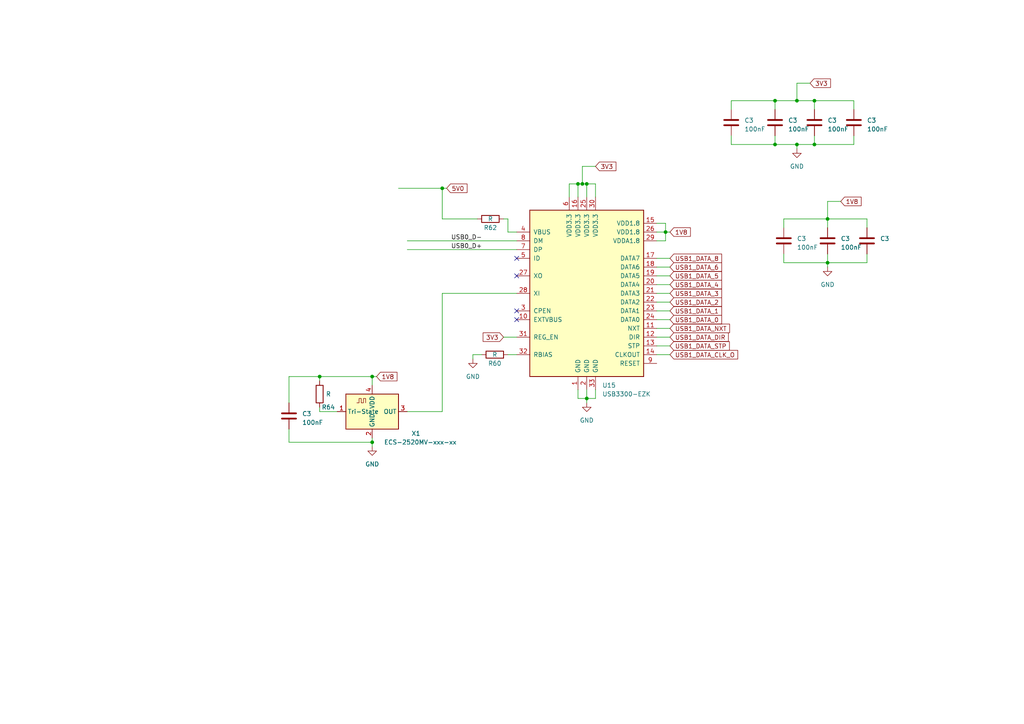
<source format=kicad_sch>
(kicad_sch (version 20230121) (generator eeschema)
  (paper "A4")
  (lib_symbols
    (symbol "Device:C" (pin_numbers hide) (pin_names (offset 0.254))
      (property "Reference" "C" (at 0.635 2.54 0))
      (property "Value" "C" (at 0.635 -2.54 0))
      (symbol "C_0_1"
        (polyline (pts (xy -2.032 -0.762) (xy 2.032 -0.762)) (stroke (width 0.508)))
        (polyline (pts (xy -2.032 0.762) (xy 2.032 0.762)) (stroke (width 0.508)))
      )
      (symbol "C_1_1"
        (pin passive line (at 0 3.81 270) (length 2.794) (name "~") (number "1"))
        (pin passive line (at 0 -3.81 90) (length 2.794) (name "~") (number "2"))
      )
    )
    (symbol "Device:R" (pin_numbers hide) (pin_names (offset 0))
      (property "Reference" "R" (at 2.032 0 90))
      (property "Value" "R" (at 0 0 90))
      (symbol "R_0_1"
        (rectangle (start -1.016 -2.54) (end 1.016 2.54) (stroke (width 0.254)))
      )
      (symbol "R_1_1"
        (pin passive line (at 0 3.81 270) (length 1.27) (name "~") (number "1"))
        (pin passive line (at 0 -3.81 90) (length 1.27) (name "~") (number "2"))
      )
    )
    (symbol "Interface_USB:USB3300-EZK" (pin_names (offset 1.016))
      (property "Reference" "U" (at 0 1.27 0))
      (property "Value" "USB3300-EZK" (at 0 -1.27 0))
      (symbol "USB3300-EZK_0_1"
        (rectangle (start 16.51 -24.13) (end -16.51 24.13) (stroke (width 0.254)) (fill (type background)))
      )
      (symbol "USB3300-EZK_1_1"
        (pin power_in line (at -2.54 -27.94 90) (length 3.81) (name "GND") (number "1"))
        (pin input line (at -20.32 -7.62 0) (length 3.81) (name "EXTVBUS") (number "10"))
        (pin output line (at 20.32 -10.16 180) (length 3.81) (name "NXT") (number "11"))
        (pin output line (at 20.32 -12.7 180) (length 3.81) (name "DIR") (number "12"))
        (pin input line (at 20.32 -15.24 180) (length 3.81) (name "STP") (number "13"))
        (pin output line (at 20.32 -17.78 180) (length 3.81) (name "CLKOUT") (number "14"))
        (pin power_out line (at 20.32 20.32 180) (length 3.81) (name "VDD1.8") (number "15"))
        (pin power_in line (at -2.54 27.94 270) (length 3.81) (name "VDD3.3") (number "16"))
        (pin bidirectional line (at 20.32 10.16 180) (length 3.81) (name "DATA7") (number "17"))
        (pin bidirectional line (at 20.32 7.62 180) (length 3.81) (name "DATA6") (number "18"))
        (pin bidirectional line (at 20.32 5.08 180) (length 3.81) (name "DATA5") (number "19"))
        (pin power_in line (at 0 -27.94 90) (length 3.81) (name "GND") (number "2"))
        (pin bidirectional line (at 20.32 2.54 180) (length 3.81) (name "DATA4") (number "20"))
        (pin bidirectional line (at 20.32 0 180) (length 3.81) (name "DATA3") (number "21"))
        (pin bidirectional line (at 20.32 -2.54 180) (length 3.81) (name "DATA2") (number "22"))
        (pin bidirectional line (at 20.32 -5.08 180) (length 3.81) (name "DATA1") (number "23"))
        (pin bidirectional line (at 20.32 -7.62 180) (length 3.81) (name "DATA0") (number "24"))
        (pin power_in line (at 0 27.94 270) (length 3.81) (name "VDD3.3") (number "25"))
        (pin power_out line (at 20.32 17.78 180) (length 3.81) (name "VDD1.8") (number "26"))
        (pin output line (at -20.32 5.08 0) (length 3.81) (name "XO") (number "27"))
        (pin input line (at -20.32 0 0) (length 3.81) (name "XI") (number "28"))
        (pin power_out line (at 20.32 15.24 180) (length 3.81) (name "VDDA1.8") (number "29"))
        (pin output line (at -20.32 -5.08 0) (length 3.81) (name "CPEN") (number "3"))
        (pin power_in line (at 2.54 27.94 270) (length 3.81) (name "VDD3.3") (number "30"))
        (pin bidirectional line (at -20.32 -12.7 0) (length 3.81) (name "REG_EN") (number "31"))
        (pin passive line (at -20.32 -17.78 0) (length 3.81) (name "RBIAS") (number "32"))
        (pin power_in line (at 2.54 -27.94 90) (length 3.81) (name "GND") (number "33"))
        (pin power_in line (at -20.32 17.78 0) (length 3.81) (name "VBUS") (number "4"))
        (pin input line (at -20.32 10.16 0) (length 3.81) (name "ID") (number "5"))
        (pin power_in line (at -5.08 27.94 270) (length 3.81) (name "VDD3.3") (number "6"))
        (pin bidirectional line (at -20.32 12.7 0) (length 3.81) (name "DP") (number "7"))
        (pin bidirectional line (at -20.32 15.24 0) (length 3.81) (name "DM") (number "8"))
        (pin input line (at 20.32 -20.32 180) (length 3.81) (name "RESET") (number "9"))
      )
    )
    (symbol "Oscillator:ECS-2520MV-xxx-xx"
      (property "Reference" "X" (at -5.08 6.35 0))
      (property "Value" "ECS-2520MV-xxx-xx" (at 1.27 -6.35 0))
      (symbol "ECS-2520MV-xxx-xx_0_1"
        (rectangle (start -7.62 5.08) (end 7.62 -5.08) (stroke (width 0.254)) (fill (type background)))
        (polyline (pts (xy -4.445 2.54) (xy -3.81 2.54) (xy -3.81 3.81) (xy -3.175 3.81) (xy -3.175 2.54) (xy -2.54 2.54) (xy -2.54 3.81) (xy -1.905 3.81) (xy -1.905 2.54)))
      )
      (symbol "ECS-2520MV-xxx-xx_1_1"
        (pin input line (at -10.16 0 0) (length 2.54) (name "Tri-State") (number "1"))
        (pin power_in line (at 0 -7.62 90) (length 2.54) (name "GND") (number "2"))
        (pin output line (at 10.16 0 180) (length 2.54) (name "OUT") (number "3"))
        (pin power_in line (at 0 7.62 270) (length 2.54) (name "VDD") (number "4"))
      )
    )
    (symbol "power:GND" (power) (pin_names (offset 0))
      (property "Value" "GND" (at 0 -3.81 0))
      (symbol "GND_0_1"
        (polyline (pts (xy 0 0) (xy 0 -1.27) (xy 1.27 -1.27) (xy 0 -2.54) (xy -1.27 -1.27) (xy 0 -1.27)))
      )
      (symbol "GND_1_1"
        (pin power_in line (at 0 0 270) (length 0) hide (name "GND") (number "1"))
      )
    )
  )
  (junction (at 231.14 41.91))
  (junction (at 224.79 29.21))
  (junction (at 240.03 76.2))
  (junction (at 168.91 53.34))
  (junction (at 167.64 53.34))
  (junction (at 236.22 41.91))
  (junction (at 107.95 128.27))
  (junction (at 128.27 54.61))
  (junction (at 231.14 29.21))
  (junction (at 170.18 115.57))
  (junction (at 107.95 109.22))
  (junction (at 236.22 29.21))
  (junction (at 92.71 109.22))
  (junction (at 193.04 67.31))
  (junction (at 224.79 41.91))
  (junction (at 170.18 53.34))
  (junction (at 240.03 63.5))
  (no_connect (at 149.86 74.93))
  (no_connect (at 149.86 80.01))
  (no_connect (at 149.86 92.71))
  (no_connect (at 149.86 90.17))
  (wire (pts (xy 240.03 76.2) (xy 240.03 77.47)))
  (wire (pts (xy 165.1 53.34) (xy 167.64 53.34)))
  (wire (pts (xy 236.22 41.91) (xy 247.65 41.91)))
  (wire (pts (xy 212.09 39.37) (xy 212.09 41.91)))
  (wire (pts (xy 167.64 115.57) (xy 170.18 115.57)))
  (wire (pts (xy 193.04 69.85) (xy 193.04 67.31)))
  (wire (pts (xy 231.14 41.91) (xy 231.14 43.18)))
  (wire (pts (xy 194.31 97.79) (xy 190.5 97.79)))
  (wire (pts (xy 168.91 53.34) (xy 168.91 48.26)))
  (wire (pts (xy 168.91 48.26) (xy 172.72 48.26)))
  (wire (pts (xy 240.03 63.5) (xy 251.46 63.5)))
  (wire (pts (xy 128.27 119.38) (xy 128.27 85.09)))
  (wire (pts (xy 240.03 58.42) (xy 243.84 58.42)))
  (wire (pts (xy 240.03 73.66) (xy 240.03 76.2)))
  (wire (pts (xy 167.64 113.03) (xy 167.64 115.57)))
  (wire (pts (xy 190.5 67.31) (xy 193.04 67.31)))
  (wire (pts (xy 236.22 29.21) (xy 247.65 29.21)))
  (wire (pts (xy 236.22 29.21) (xy 236.22 31.75)))
  (wire (pts (xy 137.16 102.87) (xy 139.7 102.87)))
  (wire (pts (xy 227.33 76.2) (xy 240.03 76.2)))
  (wire (pts (xy 251.46 73.66) (xy 251.46 76.2)))
  (wire (pts (xy 107.95 128.27) (xy 107.95 127)))
  (wire (pts (xy 247.65 41.91) (xy 247.65 39.37)))
  (wire (pts (xy 170.18 115.57) (xy 172.72 115.57)))
  (wire (pts (xy 118.11 72.39) (xy 149.86 72.39)))
  (wire (pts (xy 92.71 110.49) (xy 92.71 109.22)))
  (wire (pts (xy 194.31 87.63) (xy 190.5 87.63)))
  (wire (pts (xy 170.18 53.34) (xy 170.18 57.15)))
  (wire (pts (xy 147.32 63.5) (xy 147.32 67.31)))
  (wire (pts (xy 92.71 118.11) (xy 92.71 119.38)))
  (wire (pts (xy 170.18 53.34) (xy 172.72 53.34)))
  (wire (pts (xy 227.33 63.5) (xy 240.03 63.5)))
  (wire (pts (xy 147.32 102.87) (xy 149.86 102.87)))
  (wire (pts (xy 194.31 100.33) (xy 190.5 100.33)))
  (wire (pts (xy 138.43 63.5) (xy 128.27 63.5)))
  (wire (pts (xy 83.82 116.84) (xy 83.82 109.22)))
  (wire (pts (xy 194.31 82.55) (xy 190.5 82.55)))
  (wire (pts (xy 83.82 124.46) (xy 83.82 128.27)))
  (wire (pts (xy 146.05 63.5) (xy 147.32 63.5)))
  (wire (pts (xy 194.31 92.71) (xy 190.5 92.71)))
  (wire (pts (xy 224.79 39.37) (xy 224.79 41.91)))
  (wire (pts (xy 115.57 54.61) (xy 128.27 54.61)))
  (wire (pts (xy 107.95 109.22) (xy 109.22 109.22)))
  (wire (pts (xy 240.03 76.2) (xy 251.46 76.2)))
  (wire (pts (xy 247.65 29.21) (xy 247.65 31.75)))
  (wire (pts (xy 165.1 57.15) (xy 165.1 53.34)))
  (wire (pts (xy 118.11 69.85) (xy 149.86 69.85)))
  (wire (pts (xy 231.14 29.21) (xy 236.22 29.21)))
  (wire (pts (xy 231.14 29.21) (xy 231.14 24.13)))
  (wire (pts (xy 128.27 54.61) (xy 129.54 54.61)))
  (wire (pts (xy 128.27 85.09) (xy 149.86 85.09)))
  (wire (pts (xy 194.31 95.25) (xy 190.5 95.25)))
  (wire (pts (xy 212.09 29.21) (xy 224.79 29.21)))
  (wire (pts (xy 107.95 111.76) (xy 107.95 109.22)))
  (wire (pts (xy 194.31 102.87) (xy 190.5 102.87)))
  (wire (pts (xy 224.79 29.21) (xy 231.14 29.21)))
  (wire (pts (xy 194.31 80.01) (xy 190.5 80.01)))
  (wire (pts (xy 236.22 39.37) (xy 236.22 41.91)))
  (wire (pts (xy 83.82 109.22) (xy 92.71 109.22)))
  (wire (pts (xy 240.03 63.5) (xy 240.03 66.04)))
  (wire (pts (xy 227.33 73.66) (xy 227.33 76.2)))
  (wire (pts (xy 167.64 53.34) (xy 167.64 57.15)))
  (wire (pts (xy 193.04 67.31) (xy 194.31 67.31)))
  (wire (pts (xy 240.03 63.5) (xy 240.03 58.42)))
  (wire (pts (xy 251.46 63.5) (xy 251.46 66.04)))
  (wire (pts (xy 170.18 115.57) (xy 170.18 116.84)))
  (wire (pts (xy 227.33 66.04) (xy 227.33 63.5)))
  (wire (pts (xy 212.09 41.91) (xy 224.79 41.91)))
  (wire (pts (xy 92.71 109.22) (xy 107.95 109.22)))
  (wire (pts (xy 118.11 119.38) (xy 128.27 119.38)))
  (wire (pts (xy 194.31 90.17) (xy 190.5 90.17)))
  (wire (pts (xy 92.71 119.38) (xy 97.79 119.38)))
  (wire (pts (xy 193.04 67.31) (xy 193.04 64.77)))
  (wire (pts (xy 167.64 53.34) (xy 168.91 53.34)))
  (wire (pts (xy 231.14 41.91) (xy 236.22 41.91)))
  (wire (pts (xy 231.14 24.13) (xy 234.95 24.13)))
  (wire (pts (xy 172.72 115.57) (xy 172.72 113.03)))
  (wire (pts (xy 137.16 104.14) (xy 137.16 102.87)))
  (wire (pts (xy 224.79 29.21) (xy 224.79 31.75)))
  (wire (pts (xy 128.27 63.5) (xy 128.27 54.61)))
  (wire (pts (xy 194.31 77.47) (xy 190.5 77.47)))
  (wire (pts (xy 212.09 31.75) (xy 212.09 29.21)))
  (wire (pts (xy 194.31 74.93) (xy 190.5 74.93)))
  (wire (pts (xy 190.5 69.85) (xy 193.04 69.85)))
  (wire (pts (xy 193.04 64.77) (xy 190.5 64.77)))
  (wire (pts (xy 224.79 41.91) (xy 231.14 41.91)))
  (wire (pts (xy 168.91 53.34) (xy 170.18 53.34)))
  (wire (pts (xy 170.18 113.03) (xy 170.18 115.57)))
  (wire (pts (xy 83.82 128.27) (xy 107.95 128.27)))
  (wire (pts (xy 194.31 85.09) (xy 190.5 85.09)))
  (wire (pts (xy 147.32 67.31) (xy 149.86 67.31)))
  (wire (pts (xy 107.95 128.27) (xy 107.95 129.54)))
  (wire (pts (xy 172.72 53.34) (xy 172.72 57.15)))
  (wire (pts (xy 146.05 97.79) (xy 149.86 97.79)))
  (label "USB0_D-" (at 130.81 69.85 0))
  (label "USB0_D+" (at 130.81 72.39 0))
  (global_label "USB1_DATA_STP" (shape input) (at 194.31 100.33 0) (property "Intersheetrefs" "${INTERSHEET_REFS}" (effects hide)))
  (global_label "USB1_DATA_5" (shape input) (at 194.31 80.01 0) (property "Intersheetrefs" "${INTERSHEET_REFS}" (effects hide)))
  (global_label "USB1_DATA_1" (shape input) (at 194.31 90.17 0) (property "Intersheetrefs" "${INTERSHEET_REFS}" (effects hide)))
  (global_label "USB1_DATA_2" (shape input) (at 194.31 87.63 0) (property "Intersheetrefs" "${INTERSHEET_REFS}" (effects hide)))
  (global_label "1V8" (shape input) (at 243.84 58.42 0) (property "Intersheetrefs" "${INTERSHEET_REFS}" (effects hide)))
  (global_label "3V3" (shape input) (at 146.05 97.79 180) (property "Intersheetrefs" "${INTERSHEET_REFS}" (effects hide)))
  (global_label "5V0" (shape input) (at 129.54 54.61 0) (property "Intersheetrefs" "${INTERSHEET_REFS}" (effects hide)))
  (global_label "USB1_DATA_NXT" (shape input) (at 194.31 95.25 0) (property "Intersheetrefs" "${INTERSHEET_REFS}" (effects hide)))
  (global_label "USB1_DATA_8" (shape input) (at 194.31 74.93 0) (property "Intersheetrefs" "${INTERSHEET_REFS}" (effects hide)))
  (global_label "USB1_DATA_4" (shape input) (at 194.31 82.55 0) (property "Intersheetrefs" "${INTERSHEET_REFS}" (effects hide)))
  (global_label "3V3" (shape input) (at 234.95 24.13 0) (property "Intersheetrefs" "${INTERSHEET_REFS}" (effects hide)))
  (global_label "USB1_DATA_CLK_O" (shape input) (at 194.31 102.87 0) (property "Intersheetrefs" "${INTERSHEET_REFS}" (effects hide)))
  (global_label "1V8" (shape input) (at 109.22 109.22 0) (property "Intersheetrefs" "${INTERSHEET_REFS}" (effects hide)))
  (global_label "USB1_DATA_6" (shape input) (at 194.31 77.47 0) (property "Intersheetrefs" "${INTERSHEET_REFS}" (effects hide)))
  (global_label "USB1_DATA_3" (shape input) (at 194.31 85.09 0) (property "Intersheetrefs" "${INTERSHEET_REFS}" (effects hide)))
  (global_label "USB1_DATA_0" (shape input) (at 194.31 92.71 0) (property "Intersheetrefs" "${INTERSHEET_REFS}" (effects hide)))
  (global_label "USB1_DATA_DIR" (shape input) (at 194.31 97.79 0) (property "Intersheetrefs" "${INTERSHEET_REFS}" (effects hide)))
  (global_label "3V3" (shape input) (at 172.72 48.26 0) (property "Intersheetrefs" "${INTERSHEET_REFS}" (effects hide)))
  (global_label "1V8" (shape input) (at 194.31 67.31 0) (property "Intersheetrefs" "${INTERSHEET_REFS}" (effects hide)))
  (symbol (lib_id "power:GND") (at 170.18 116.84 0) (unit 1)
    (property "Reference" "#PWR069" (effects hide))
    (property "Value" "GND" (at 170.18 121.92 0))
    (instances (project "space-berry" (path "" (reference "#PWR069") (unit 1)) (path "" (reference "#PWR070") (unit 1))))
  )
  (symbol (lib_id "Device:R") (at 92.71 114.3 180) (unit 1)
    (property "Reference" "R64" (at 95.25 118.11 0))
    (property "Value" "R" (at 95.25 114.3 0))
    (property "Footprint" "Resistor_SMD:R_0402_1005Metric_Pad0.72x0.64mm_HandSolder" (effects hide))
    (instances (project "space-berry" (path "" (reference "R64") (unit 1)) (path "" (reference "R65") (unit 1))))
  )
  (symbol (lib_id "Device:C") (at 83.82 120.65 0) (unit 1)
    (property "Reference" "C3" (at 87.63 120.015 0) (effects (justify left)))
    (property "Value" "100nF" (at 87.63 122.555 0) (effects (justify left)))
    (property "Footprint" "Capacitor_SMD:C_0402_1005Metric_Pad0.74x0.62mm_HandSolder" (effects hide))
    (instances (project "space-berry" (path "" (reference "C3") (unit 1)) (path "" (reference "C5") (unit 1)) (path "" (reference "C8") (unit 1)) (path "" (reference "C11") (unit 1)) (path "" (reference "C14") (unit 1)) (path "" (reference "C17") (unit 1)) (path "" (reference "C50") (unit 1)) (path "" (reference "C54") (unit 1))))
  )
  (symbol (lib_id "Oscillator:ECS-2520MV-xxx-xx") (at 107.95 119.38 0) (unit 1)
    (property "Reference" "X1" (at 120.65 125.73 0))
    (property "Value" "ECS-2520MV-xxx-xx" (at 121.92 128.27 0))
    (property "Footprint" "Oscillator:Oscillator_SMD_ECS_2520MV-xxx-xx-4Pin_2.5x2.0mm" (effects hide))
    (property "Datasheet" "https://www.ecsxtal.com/store/pdf/ECS-2520MV.pdf" (effects hide))
    (instances (project "space-berry" (path "" (reference "X1") (unit 1)) (path "" (reference "X2") (unit 1))))
  )
  (symbol (lib_id "Device:C") (at 224.79 35.56 0) (unit 1)
    (property "Reference" "C3" (at 228.6 34.925 0) (effects (justify left)))
    (property "Value" "100nF" (at 228.6 37.465 0) (effects (justify left)))
    (property "Footprint" "Capacitor_SMD:C_0402_1005Metric_Pad0.74x0.62mm_HandSolder" (effects hide))
    (instances (project "space-berry" (path "" (reference "C3") (unit 1)) (path "" (reference "C5") (unit 1)) (path "" (reference "C8") (unit 1)) (path "" (reference "C11") (unit 1)) (path "" (reference "C14") (unit 1)) (path "" (reference "C17") (unit 1)) (path "" (reference "C41") (unit 1)) (path "" (reference "C42") (unit 1))))
  )
  (symbol (lib_id "power:GND") (at 137.16 104.14 0) (unit 1)
    (property "Reference" "#PWR073" (effects hide))
    (property "Value" "GND" (at 137.16 109.22 0))
    (instances (project "space-berry" (path "" (reference "#PWR073") (unit 1)) (path "" (reference "#PWR074") (unit 1))))
  )
  (symbol (lib_id "power:GND") (at 231.14 43.18 0) (unit 1)
    (property "Reference" "#PWR071" (effects hide))
    (property "Value" "GND" (at 231.14 48.26 0))
    (instances (project "space-berry" (path "" (reference "#PWR071") (unit 1)) (path "" (reference "#PWR072") (unit 1))))
  )
  (symbol (lib_id "Device:C") (at 251.46 69.85 0) (unit 1)
    (property "Reference" "C3" (at 255.27 69.215 0) (effects (justify left)))
    (property "Value" "100nF" (effects hide))
    (property "Footprint" "Capacitor_SMD:C_0402_1005Metric_Pad0.74x0.62mm_HandSolder" (effects hide))
    (instances (project "space-berry" (path "" (reference "C3") (unit 1)) (path "" (reference "C5") (unit 1)) (path "" (reference "C8") (unit 1)) (path "" (reference "C11") (unit 1)) (path "" (reference "C14") (unit 1)) (path "" (reference "C17") (unit 1)) (path "" (reference "C49") (unit 1)) (path "" (reference "C53") (unit 1))))
  )
  (symbol (lib_id "Device:R") (at 143.51 102.87 90) (unit 1)
    (property "Reference" "R60" (at 143.51 105.41 90))
    (property "Value" "R" (at 143.51 102.87 90))
    (property "Footprint" "Resistor_SMD:R_0402_1005Metric_Pad0.72x0.64mm_HandSolder" (effects hide))
    (instances (project "space-berry" (path "" (reference "R60") (unit 1)) (path "" (reference "R61") (unit 1))))
  )
  (symbol (lib_id "Interface_USB:USB3300-EZK") (at 170.18 85.09 0) (unit 1)
    (property "Reference" "U15" (at 174.6759 111.76 0) (effects (justify left)))
    (property "Value" "USB3300-EZK" (at 174.6759 114.3 0) (effects (justify left)))
    (property "Footprint" "Package_DFN_QFN:QFN-32-1EP_5x5mm_P0.5mm_EP3.45x3.45mm" (effects hide))
    (property "Datasheet" "http://ww1.microchip.com/downloads/en/DeviceDoc/00001783C.pdf" (effects hide))
    (instances (project "space-berry" (path "" (reference "U15") (unit 1)) (path "" (reference "U16") (unit 1))))
  )
  (symbol (lib_id "power:GND") (at 107.95 129.54 0) (unit 1)
    (property "Reference" "#PWR077" (effects hide))
    (property "Value" "GND" (at 107.95 134.62 0))
    (instances (project "space-berry" (path "" (reference "#PWR077") (unit 1)) (path "" (reference "#PWR078") (unit 1))))
  )
  (symbol (lib_id "Device:C") (at 247.65 35.56 0) (unit 1)
    (property "Reference" "C3" (at 251.46 34.925 0) (effects (justify left)))
    (property "Value" "100nF" (at 251.46 37.465 0) (effects (justify left)))
    (property "Footprint" "Capacitor_SMD:C_0402_1005Metric_Pad0.74x0.62mm_HandSolder" (effects hide))
    (instances (project "space-berry" (path "" (reference "C3") (unit 1)) (path "" (reference "C5") (unit 1)) (path "" (reference "C8") (unit 1)) (path "" (reference "C11") (unit 1)) (path "" (reference "C14") (unit 1)) (path "" (reference "C17") (unit 1)) (path "" (reference "C45") (unit 1)) (path "" (reference "C46") (unit 1))))
  )
  (symbol (lib_id "Device:C") (at 227.33 69.85 0) (unit 1)
    (property "Reference" "C3" (at 231.14 69.215 0) (effects (justify left)))
    (property "Value" "100nF" (at 231.14 71.755 0) (effects (justify left)))
    (property "Footprint" "Capacitor_SMD:C_0402_1005Metric_Pad0.74x0.62mm_HandSolder" (effects hide))
    (instances (project "space-berry" (path "" (reference "C3") (unit 1)) (path "" (reference "C5") (unit 1)) (path "" (reference "C8") (unit 1)) (path "" (reference "C11") (unit 1)) (path "" (reference "C14") (unit 1)) (path "" (reference "C17") (unit 1)) (path "" (reference "C47") (unit 1)) (path "" (reference "C51") (unit 1))))
  )
  (symbol (lib_id "Device:R") (at 142.24 63.5 90) (unit 1)
    (property "Reference" "R62" (at 142.24 66.04 90))
    (property "Value" "R" (at 142.24 63.5 90))
    (property "Footprint" "Resistor_SMD:R_0402_1005Metric_Pad0.72x0.64mm_HandSolder" (effects hide))
    (instances (project "space-berry" (path "" (reference "R62") (unit 1)) (path "" (reference "R63") (unit 1))))
  )
  (symbol (lib_id "power:GND") (at 240.03 77.47 0) (unit 1)
    (property "Reference" "#PWR075" (effects hide))
    (property "Value" "GND" (at 240.03 82.55 0))
    (instances (project "space-berry" (path "" (reference "#PWR075") (unit 1)) (path "" (reference "#PWR076") (unit 1))))
  )
  (symbol (lib_id "Device:C") (at 240.03 69.85 0) (unit 1)
    (property "Reference" "C3" (at 243.84 69.215 0) (effects (justify left)))
    (property "Value" "100nF" (at 243.84 71.755 0) (effects (justify left)))
    (property "Footprint" "Capacitor_SMD:C_0402_1005Metric_Pad0.74x0.62mm_HandSolder" (effects hide))
    (instances (project "space-berry" (path "" (reference "C3") (unit 1)) (path "" (reference "C5") (unit 1)) (path "" (reference "C8") (unit 1)) (path "" (reference "C11") (unit 1)) (path "" (reference "C14") (unit 1)) (path "" (reference "C17") (unit 1)) (path "" (reference "C48") (unit 1)) (path "" (reference "C52") (unit 1))))
  )
  (symbol (lib_id "Device:C") (at 236.22 35.56 0) (unit 1)
    (property "Reference" "C3" (at 240.03 34.925 0) (effects (justify left)))
    (property "Value" "100nF" (at 240.03 37.465 0) (effects (justify left)))
    (property "Footprint" "Capacitor_SMD:C_0402_1005Metric_Pad0.74x0.62mm_HandSolder" (effects hide))
    (instances (project "space-berry" (path "" (reference "C3") (unit 1)) (path "" (reference "C5") (unit 1)) (path "" (reference "C8") (unit 1)) (path "" (reference "C11") (unit 1)) (path "" (reference "C14") (unit 1)) (path "" (reference "C17") (unit 1)) (path "" (reference "C43") (unit 1)) (path "" (reference "C44") (unit 1))))
  )
  (symbol (lib_id "Device:C") (at 212.09 35.56 0) (unit 1)
    (property "Reference" "C3" (at 215.9 34.925 0) (effects (justify left)))
    (property "Value" "100nF" (at 215.9 37.465 0) (effects (justify left)))
    (property "Footprint" "Capacitor_SMD:C_0402_1005Metric_Pad0.74x0.62mm_HandSolder" (effects hide))
    (instances (project "space-berry" (path "" (reference "C3") (unit 1)) (path "" (reference "C5") (unit 1)) (path "" (reference "C8") (unit 1)) (path "" (reference "C11") (unit 1)) (path "" (reference "C14") (unit 1)) (path "" (reference "C17") (unit 1)) (path "" (reference "C39") (unit 1)) (path "" (reference "C40") (unit 1))))
  )
)
</source>
